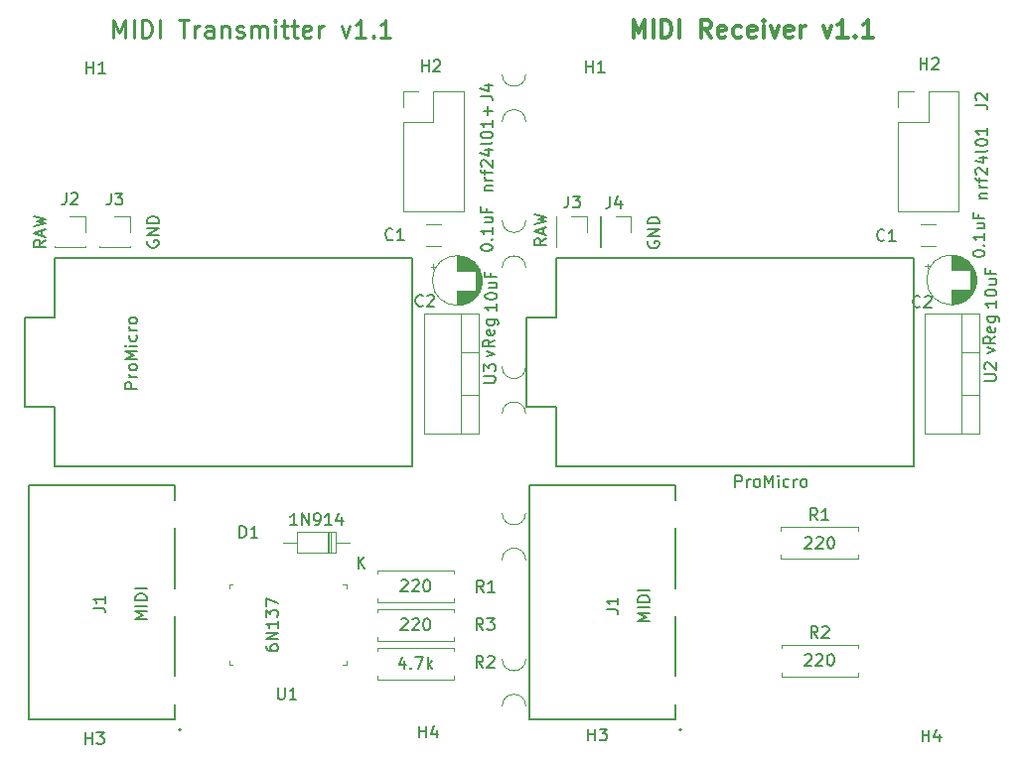
<source format=gbr>
G04 #@! TF.GenerationSoftware,KiCad,Pcbnew,(5.1.4-0-10_14)*
G04 #@! TF.CreationDate,2020-04-09T16:23:12-05:00*
G04 #@! TF.ProjectId,WIRELESS_MIDI_PANELIZED,57495245-4c45-4535-935f-4d4944495f50,rev?*
G04 #@! TF.SameCoordinates,Original*
G04 #@! TF.FileFunction,Legend,Top*
G04 #@! TF.FilePolarity,Positive*
%FSLAX46Y46*%
G04 Gerber Fmt 4.6, Leading zero omitted, Abs format (unit mm)*
G04 Created by KiCad (PCBNEW (5.1.4-0-10_14)) date 2020-04-09 16:23:12*
%MOMM*%
%LPD*%
G04 APERTURE LIST*
%ADD10C,0.250000*%
%ADD11C,0.300000*%
%ADD12C,0.120000*%
%ADD13C,0.100000*%
%ADD14C,0.150000*%
%ADD15C,0.127000*%
%ADD16C,0.200000*%
G04 APERTURE END LIST*
D10*
X105308285Y-84803371D02*
X105308285Y-83303371D01*
X105808285Y-84374800D01*
X106308285Y-83303371D01*
X106308285Y-84803371D01*
X107022571Y-84803371D02*
X107022571Y-83303371D01*
X107736857Y-84803371D02*
X107736857Y-83303371D01*
X108094000Y-83303371D01*
X108308285Y-83374800D01*
X108451142Y-83517657D01*
X108522571Y-83660514D01*
X108594000Y-83946228D01*
X108594000Y-84160514D01*
X108522571Y-84446228D01*
X108451142Y-84589085D01*
X108308285Y-84731942D01*
X108094000Y-84803371D01*
X107736857Y-84803371D01*
X109236857Y-84803371D02*
X109236857Y-83303371D01*
X110879714Y-83303371D02*
X111736857Y-83303371D01*
X111308285Y-84803371D02*
X111308285Y-83303371D01*
X112236857Y-84803371D02*
X112236857Y-83803371D01*
X112236857Y-84089085D02*
X112308285Y-83946228D01*
X112379714Y-83874800D01*
X112522571Y-83803371D01*
X112665428Y-83803371D01*
X113808285Y-84803371D02*
X113808285Y-84017657D01*
X113736857Y-83874800D01*
X113594000Y-83803371D01*
X113308285Y-83803371D01*
X113165428Y-83874800D01*
X113808285Y-84731942D02*
X113665428Y-84803371D01*
X113308285Y-84803371D01*
X113165428Y-84731942D01*
X113094000Y-84589085D01*
X113094000Y-84446228D01*
X113165428Y-84303371D01*
X113308285Y-84231942D01*
X113665428Y-84231942D01*
X113808285Y-84160514D01*
X114522571Y-83803371D02*
X114522571Y-84803371D01*
X114522571Y-83946228D02*
X114594000Y-83874800D01*
X114736857Y-83803371D01*
X114951142Y-83803371D01*
X115094000Y-83874800D01*
X115165428Y-84017657D01*
X115165428Y-84803371D01*
X115808285Y-84731942D02*
X115951142Y-84803371D01*
X116236857Y-84803371D01*
X116379714Y-84731942D01*
X116451142Y-84589085D01*
X116451142Y-84517657D01*
X116379714Y-84374800D01*
X116236857Y-84303371D01*
X116022571Y-84303371D01*
X115879714Y-84231942D01*
X115808285Y-84089085D01*
X115808285Y-84017657D01*
X115879714Y-83874800D01*
X116022571Y-83803371D01*
X116236857Y-83803371D01*
X116379714Y-83874800D01*
X117094000Y-84803371D02*
X117094000Y-83803371D01*
X117094000Y-83946228D02*
X117165428Y-83874800D01*
X117308285Y-83803371D01*
X117522571Y-83803371D01*
X117665428Y-83874800D01*
X117736857Y-84017657D01*
X117736857Y-84803371D01*
X117736857Y-84017657D02*
X117808285Y-83874800D01*
X117951142Y-83803371D01*
X118165428Y-83803371D01*
X118308285Y-83874800D01*
X118379714Y-84017657D01*
X118379714Y-84803371D01*
X119094000Y-84803371D02*
X119094000Y-83803371D01*
X119094000Y-83303371D02*
X119022571Y-83374800D01*
X119094000Y-83446228D01*
X119165428Y-83374800D01*
X119094000Y-83303371D01*
X119094000Y-83446228D01*
X119594000Y-83803371D02*
X120165428Y-83803371D01*
X119808285Y-83303371D02*
X119808285Y-84589085D01*
X119879714Y-84731942D01*
X120022571Y-84803371D01*
X120165428Y-84803371D01*
X120451142Y-83803371D02*
X121022571Y-83803371D01*
X120665428Y-83303371D02*
X120665428Y-84589085D01*
X120736857Y-84731942D01*
X120879714Y-84803371D01*
X121022571Y-84803371D01*
X122094000Y-84731942D02*
X121951142Y-84803371D01*
X121665428Y-84803371D01*
X121522571Y-84731942D01*
X121451142Y-84589085D01*
X121451142Y-84017657D01*
X121522571Y-83874800D01*
X121665428Y-83803371D01*
X121951142Y-83803371D01*
X122094000Y-83874800D01*
X122165428Y-84017657D01*
X122165428Y-84160514D01*
X121451142Y-84303371D01*
X122808285Y-84803371D02*
X122808285Y-83803371D01*
X122808285Y-84089085D02*
X122879714Y-83946228D01*
X122951142Y-83874800D01*
X123094000Y-83803371D01*
X123236857Y-83803371D01*
X124736857Y-83803371D02*
X125094000Y-84803371D01*
X125451142Y-83803371D01*
X126808285Y-84803371D02*
X125951142Y-84803371D01*
X126379714Y-84803371D02*
X126379714Y-83303371D01*
X126236857Y-83517657D01*
X126094000Y-83660514D01*
X125951142Y-83731942D01*
X127451142Y-84660514D02*
X127522571Y-84731942D01*
X127451142Y-84803371D01*
X127379714Y-84731942D01*
X127451142Y-84660514D01*
X127451142Y-84803371D01*
X128951142Y-84803371D02*
X128094000Y-84803371D01*
X128522571Y-84803371D02*
X128522571Y-83303371D01*
X128379714Y-83517657D01*
X128236857Y-83660514D01*
X128094000Y-83731942D01*
D11*
X149612828Y-84803371D02*
X149612828Y-83303371D01*
X150112828Y-84374800D01*
X150612828Y-83303371D01*
X150612828Y-84803371D01*
X151327114Y-84803371D02*
X151327114Y-83303371D01*
X152041400Y-84803371D02*
X152041400Y-83303371D01*
X152398542Y-83303371D01*
X152612828Y-83374800D01*
X152755685Y-83517657D01*
X152827114Y-83660514D01*
X152898542Y-83946228D01*
X152898542Y-84160514D01*
X152827114Y-84446228D01*
X152755685Y-84589085D01*
X152612828Y-84731942D01*
X152398542Y-84803371D01*
X152041400Y-84803371D01*
X153541400Y-84803371D02*
X153541400Y-83303371D01*
X156255685Y-84803371D02*
X155755685Y-84089085D01*
X155398542Y-84803371D02*
X155398542Y-83303371D01*
X155969971Y-83303371D01*
X156112828Y-83374800D01*
X156184257Y-83446228D01*
X156255685Y-83589085D01*
X156255685Y-83803371D01*
X156184257Y-83946228D01*
X156112828Y-84017657D01*
X155969971Y-84089085D01*
X155398542Y-84089085D01*
X157469971Y-84731942D02*
X157327114Y-84803371D01*
X157041400Y-84803371D01*
X156898542Y-84731942D01*
X156827114Y-84589085D01*
X156827114Y-84017657D01*
X156898542Y-83874800D01*
X157041400Y-83803371D01*
X157327114Y-83803371D01*
X157469971Y-83874800D01*
X157541400Y-84017657D01*
X157541400Y-84160514D01*
X156827114Y-84303371D01*
X158827114Y-84731942D02*
X158684257Y-84803371D01*
X158398542Y-84803371D01*
X158255685Y-84731942D01*
X158184257Y-84660514D01*
X158112828Y-84517657D01*
X158112828Y-84089085D01*
X158184257Y-83946228D01*
X158255685Y-83874800D01*
X158398542Y-83803371D01*
X158684257Y-83803371D01*
X158827114Y-83874800D01*
X160041400Y-84731942D02*
X159898542Y-84803371D01*
X159612828Y-84803371D01*
X159469971Y-84731942D01*
X159398542Y-84589085D01*
X159398542Y-84017657D01*
X159469971Y-83874800D01*
X159612828Y-83803371D01*
X159898542Y-83803371D01*
X160041400Y-83874800D01*
X160112828Y-84017657D01*
X160112828Y-84160514D01*
X159398542Y-84303371D01*
X160755685Y-84803371D02*
X160755685Y-83803371D01*
X160755685Y-83303371D02*
X160684257Y-83374800D01*
X160755685Y-83446228D01*
X160827114Y-83374800D01*
X160755685Y-83303371D01*
X160755685Y-83446228D01*
X161327114Y-83803371D02*
X161684257Y-84803371D01*
X162041400Y-83803371D01*
X163184257Y-84731942D02*
X163041400Y-84803371D01*
X162755685Y-84803371D01*
X162612828Y-84731942D01*
X162541400Y-84589085D01*
X162541400Y-84017657D01*
X162612828Y-83874800D01*
X162755685Y-83803371D01*
X163041400Y-83803371D01*
X163184257Y-83874800D01*
X163255685Y-84017657D01*
X163255685Y-84160514D01*
X162541400Y-84303371D01*
X163898542Y-84803371D02*
X163898542Y-83803371D01*
X163898542Y-84089085D02*
X163969971Y-83946228D01*
X164041400Y-83874800D01*
X164184257Y-83803371D01*
X164327114Y-83803371D01*
X165827114Y-83803371D02*
X166184257Y-84803371D01*
X166541400Y-83803371D01*
X167898542Y-84803371D02*
X167041400Y-84803371D01*
X167469971Y-84803371D02*
X167469971Y-83303371D01*
X167327114Y-83517657D01*
X167184257Y-83660514D01*
X167041400Y-83731942D01*
X168541400Y-84660514D02*
X168612828Y-84731942D01*
X168541400Y-84803371D01*
X168469971Y-84731942D01*
X168541400Y-84660514D01*
X168541400Y-84803371D01*
X170041400Y-84803371D02*
X169184257Y-84803371D01*
X169612828Y-84803371D02*
X169612828Y-83303371D01*
X169469971Y-83517657D01*
X169327114Y-83660514D01*
X169184257Y-83731942D01*
D12*
X132538199Y-104142000D02*
X132538199Y-104542000D01*
X132338199Y-104342000D02*
X132738199Y-104342000D01*
X136689000Y-105167000D02*
X136689000Y-105907000D01*
X136649000Y-105000000D02*
X136649000Y-106074000D01*
X136609000Y-104873000D02*
X136609000Y-106201000D01*
X136569000Y-104769000D02*
X136569000Y-106305000D01*
X136529000Y-104678000D02*
X136529000Y-106396000D01*
X136489000Y-104597000D02*
X136489000Y-106477000D01*
X136449000Y-104524000D02*
X136449000Y-106550000D01*
X136409000Y-104457000D02*
X136409000Y-106617000D01*
X136369000Y-104395000D02*
X136369000Y-106679000D01*
X136329000Y-104337000D02*
X136329000Y-106737000D01*
X136289000Y-104283000D02*
X136289000Y-106791000D01*
X136249000Y-104233000D02*
X136249000Y-106841000D01*
X136209000Y-104186000D02*
X136209000Y-106888000D01*
X136169000Y-106377000D02*
X136169000Y-106933000D01*
X136169000Y-104141000D02*
X136169000Y-104697000D01*
X136129000Y-106377000D02*
X136129000Y-106975000D01*
X136129000Y-104099000D02*
X136129000Y-104697000D01*
X136089000Y-106377000D02*
X136089000Y-107015000D01*
X136089000Y-104059000D02*
X136089000Y-104697000D01*
X136049000Y-106377000D02*
X136049000Y-107053000D01*
X136049000Y-104021000D02*
X136049000Y-104697000D01*
X136009000Y-106377000D02*
X136009000Y-107089000D01*
X136009000Y-103985000D02*
X136009000Y-104697000D01*
X135969000Y-106377000D02*
X135969000Y-107124000D01*
X135969000Y-103950000D02*
X135969000Y-104697000D01*
X135929000Y-106377000D02*
X135929000Y-107156000D01*
X135929000Y-103918000D02*
X135929000Y-104697000D01*
X135889000Y-106377000D02*
X135889000Y-107187000D01*
X135889000Y-103887000D02*
X135889000Y-104697000D01*
X135849000Y-106377000D02*
X135849000Y-107217000D01*
X135849000Y-103857000D02*
X135849000Y-104697000D01*
X135809000Y-106377000D02*
X135809000Y-107245000D01*
X135809000Y-103829000D02*
X135809000Y-104697000D01*
X135769000Y-106377000D02*
X135769000Y-107272000D01*
X135769000Y-103802000D02*
X135769000Y-104697000D01*
X135729000Y-106377000D02*
X135729000Y-107297000D01*
X135729000Y-103777000D02*
X135729000Y-104697000D01*
X135689000Y-106377000D02*
X135689000Y-107322000D01*
X135689000Y-103752000D02*
X135689000Y-104697000D01*
X135649000Y-106377000D02*
X135649000Y-107345000D01*
X135649000Y-103729000D02*
X135649000Y-104697000D01*
X135609000Y-106377000D02*
X135609000Y-107367000D01*
X135609000Y-103707000D02*
X135609000Y-104697000D01*
X135569000Y-106377000D02*
X135569000Y-107388000D01*
X135569000Y-103686000D02*
X135569000Y-104697000D01*
X135529000Y-106377000D02*
X135529000Y-107407000D01*
X135529000Y-103667000D02*
X135529000Y-104697000D01*
X135489000Y-106377000D02*
X135489000Y-107426000D01*
X135489000Y-103648000D02*
X135489000Y-104697000D01*
X135449000Y-106377000D02*
X135449000Y-107444000D01*
X135449000Y-103630000D02*
X135449000Y-104697000D01*
X135409000Y-106377000D02*
X135409000Y-107461000D01*
X135409000Y-103613000D02*
X135409000Y-104697000D01*
X135369000Y-106377000D02*
X135369000Y-107477000D01*
X135369000Y-103597000D02*
X135369000Y-104697000D01*
X135329000Y-106377000D02*
X135329000Y-107491000D01*
X135329000Y-103583000D02*
X135329000Y-104697000D01*
X135288000Y-106377000D02*
X135288000Y-107505000D01*
X135288000Y-103569000D02*
X135288000Y-104697000D01*
X135248000Y-106377000D02*
X135248000Y-107519000D01*
X135248000Y-103555000D02*
X135248000Y-104697000D01*
X135208000Y-106377000D02*
X135208000Y-107531000D01*
X135208000Y-103543000D02*
X135208000Y-104697000D01*
X135168000Y-106377000D02*
X135168000Y-107542000D01*
X135168000Y-103532000D02*
X135168000Y-104697000D01*
X135128000Y-106377000D02*
X135128000Y-107553000D01*
X135128000Y-103521000D02*
X135128000Y-104697000D01*
X135088000Y-106377000D02*
X135088000Y-107562000D01*
X135088000Y-103512000D02*
X135088000Y-104697000D01*
X135048000Y-106377000D02*
X135048000Y-107571000D01*
X135048000Y-103503000D02*
X135048000Y-104697000D01*
X135008000Y-106377000D02*
X135008000Y-107579000D01*
X135008000Y-103495000D02*
X135008000Y-104697000D01*
X134968000Y-106377000D02*
X134968000Y-107587000D01*
X134968000Y-103487000D02*
X134968000Y-104697000D01*
X134928000Y-106377000D02*
X134928000Y-107593000D01*
X134928000Y-103481000D02*
X134928000Y-104697000D01*
X134888000Y-106377000D02*
X134888000Y-107599000D01*
X134888000Y-103475000D02*
X134888000Y-104697000D01*
X134848000Y-106377000D02*
X134848000Y-107604000D01*
X134848000Y-103470000D02*
X134848000Y-104697000D01*
X134808000Y-106377000D02*
X134808000Y-107608000D01*
X134808000Y-103466000D02*
X134808000Y-104697000D01*
X134768000Y-106377000D02*
X134768000Y-107611000D01*
X134768000Y-103463000D02*
X134768000Y-104697000D01*
X134728000Y-106377000D02*
X134728000Y-107614000D01*
X134728000Y-103460000D02*
X134728000Y-104697000D01*
X134688000Y-103458000D02*
X134688000Y-104697000D01*
X134688000Y-106377000D02*
X134688000Y-107616000D01*
X134648000Y-103457000D02*
X134648000Y-104697000D01*
X134648000Y-106377000D02*
X134648000Y-107617000D01*
X134608000Y-103457000D02*
X134608000Y-104697000D01*
X134608000Y-106377000D02*
X134608000Y-107617000D01*
X136728000Y-105537000D02*
G75*
G03X136728000Y-105537000I-2120000J0D01*
G01*
D13*
X138446000Y-112909600D02*
G75*
G03X140446000Y-112909600I1000000J0D01*
G01*
X140446000Y-116909600D02*
G75*
G03X138446000Y-116909600I-1000000J0D01*
G01*
X138446000Y-125381000D02*
G75*
G03X140446000Y-125381000I1000000J0D01*
G01*
X140446000Y-129381000D02*
G75*
G03X138446000Y-129381000I-1000000J0D01*
G01*
X138446000Y-100438200D02*
G75*
G03X140446000Y-100438200I1000000J0D01*
G01*
X140446000Y-104438200D02*
G75*
G03X138446000Y-104438200I-1000000J0D01*
G01*
X138446000Y-137852400D02*
G75*
G03X140446000Y-137852400I1000000J0D01*
G01*
X140446000Y-141852400D02*
G75*
G03X138446000Y-141852400I-1000000J0D01*
G01*
X138446000Y-87966800D02*
G75*
G03X140446000Y-87966800I1000000J0D01*
G01*
X140446000Y-91966800D02*
G75*
G03X138446000Y-91966800I-1000000J0D01*
G01*
D12*
X136429500Y-115338200D02*
X134919500Y-115338200D01*
X136429500Y-111637200D02*
X134919500Y-111637200D01*
X134919500Y-108367200D02*
X134919500Y-118607200D01*
X136429500Y-118607200D02*
X131788500Y-118607200D01*
X136429500Y-108367200D02*
X131788500Y-108367200D01*
X131788500Y-108367200D02*
X131788500Y-118607200D01*
X136429500Y-108367200D02*
X136429500Y-118607200D01*
D14*
X130810000Y-103657400D02*
X130810000Y-121437400D01*
X100330000Y-103657400D02*
X130810000Y-103657400D01*
X100330000Y-108737400D02*
X100330000Y-103657400D01*
X97790000Y-108737400D02*
X100330000Y-108737400D01*
X97790000Y-116357400D02*
X97790000Y-108737400D01*
X100330000Y-116357400D02*
X97790000Y-116357400D01*
X100330000Y-121437400D02*
X100330000Y-116357400D01*
X100330000Y-121437400D02*
X130810000Y-121437400D01*
D13*
X115152000Y-131514800D02*
X115152000Y-131814800D01*
X115452000Y-131514800D02*
X115152000Y-131514800D01*
X115152000Y-138314800D02*
X115152000Y-138014800D01*
X115452000Y-138314800D02*
X115152000Y-138314800D01*
X125152000Y-138314800D02*
X125152000Y-138014800D01*
X124852000Y-138314800D02*
X125152000Y-138314800D01*
X125152000Y-131514800D02*
X125152000Y-131814800D01*
X124852000Y-131514800D02*
X125152000Y-131514800D01*
D12*
X123802500Y-128796300D02*
X123802500Y-126956300D01*
X123562500Y-128796300D02*
X123562500Y-126956300D01*
X123682500Y-128796300D02*
X123682500Y-126956300D01*
X119798500Y-127876300D02*
X120978500Y-127876300D01*
X125438500Y-127876300D02*
X124258500Y-127876300D01*
X120978500Y-128796300D02*
X124258500Y-128796300D01*
X120978500Y-126956300D02*
X120978500Y-128796300D01*
X124258500Y-126956300D02*
X120978500Y-126956300D01*
X124258500Y-128796300D02*
X124258500Y-126956300D01*
X127794000Y-130252800D02*
X127794000Y-130582800D01*
X134334000Y-130252800D02*
X127794000Y-130252800D01*
X134334000Y-130582800D02*
X134334000Y-130252800D01*
X127794000Y-132992800D02*
X127794000Y-132662800D01*
X134334000Y-132992800D02*
X127794000Y-132992800D01*
X134334000Y-132662800D02*
X134334000Y-132992800D01*
D15*
X110550000Y-134182800D02*
X110550000Y-139282800D01*
X98050000Y-122982800D02*
X98050000Y-142982800D01*
X98050000Y-142982800D02*
X110550000Y-142982800D01*
D16*
X111050000Y-143882800D02*
G75*
G03X111050000Y-143882800I-100000J0D01*
G01*
D15*
X110550000Y-122982800D02*
X98050000Y-122982800D01*
X110550000Y-126682800D02*
X110550000Y-131782800D01*
X110550000Y-122982800D02*
X110550000Y-124282800D01*
X110550000Y-142982800D02*
X110550000Y-141682800D01*
D12*
X134334000Y-136294800D02*
X134334000Y-135964800D01*
X127794000Y-136294800D02*
X134334000Y-136294800D01*
X127794000Y-135964800D02*
X127794000Y-136294800D01*
X134334000Y-133554800D02*
X134334000Y-133884800D01*
X127794000Y-133554800D02*
X134334000Y-133554800D01*
X127794000Y-133884800D02*
X127794000Y-133554800D01*
X134334000Y-139596800D02*
X134334000Y-139266800D01*
X127794000Y-139596800D02*
X134334000Y-139596800D01*
X127794000Y-139266800D02*
X127794000Y-139596800D01*
X134334000Y-136856800D02*
X134334000Y-137186800D01*
X127794000Y-136856800D02*
X134334000Y-136856800D01*
X127794000Y-137186800D02*
X127794000Y-136856800D01*
X129988000Y-89398800D02*
X131318000Y-89398800D01*
X129988000Y-90728800D02*
X129988000Y-89398800D01*
X132588000Y-89398800D02*
X135188000Y-89398800D01*
X132588000Y-91998800D02*
X132588000Y-89398800D01*
X129988000Y-91998800D02*
X132588000Y-91998800D01*
X135188000Y-89398800D02*
X135188000Y-99678800D01*
X129988000Y-91998800D02*
X129988000Y-99678800D01*
X129988000Y-99678800D02*
X135188000Y-99678800D01*
X105410000Y-100066800D02*
X106740000Y-100066800D01*
X106740000Y-100066800D02*
X106740000Y-101396800D01*
X106740000Y-102606800D02*
X106740000Y-102726800D01*
X104080000Y-102606800D02*
X104080000Y-102726800D01*
X104080000Y-102726800D02*
X106740000Y-102726800D01*
X101600000Y-100066800D02*
X102930000Y-100066800D01*
X102930000Y-100066800D02*
X102930000Y-101396800D01*
X102930000Y-102606800D02*
X102930000Y-102726800D01*
X100270000Y-102606800D02*
X100270000Y-102726800D01*
X100270000Y-102726800D02*
X102930000Y-102726800D01*
X133237000Y-100730800D02*
X131979000Y-100730800D01*
X133237000Y-102570800D02*
X131979000Y-102570800D01*
X146777400Y-100066800D02*
X146777400Y-102726800D01*
X146837400Y-100066800D02*
X146777400Y-100066800D01*
X146837400Y-102726800D02*
X146777400Y-102726800D01*
X146837400Y-100066800D02*
X146837400Y-102726800D01*
X148107400Y-100066800D02*
X149437400Y-100066800D01*
X149437400Y-100066800D02*
X149437400Y-101396800D01*
X143018200Y-100066800D02*
X143018200Y-102726800D01*
X143078200Y-100066800D02*
X143018200Y-100066800D01*
X143078200Y-102726800D02*
X143018200Y-102726800D01*
X143078200Y-100066800D02*
X143078200Y-102726800D01*
X144348200Y-100066800D02*
X145678200Y-100066800D01*
X145678200Y-100066800D02*
X145678200Y-101396800D01*
X179114200Y-115338200D02*
X177604200Y-115338200D01*
X179114200Y-111637200D02*
X177604200Y-111637200D01*
X177604200Y-108367200D02*
X177604200Y-118607200D01*
X179114200Y-118607200D02*
X174473200Y-118607200D01*
X179114200Y-108367200D02*
X174473200Y-108367200D01*
X174473200Y-108367200D02*
X174473200Y-118607200D01*
X179114200Y-108367200D02*
X179114200Y-118607200D01*
D15*
X153222000Y-134182800D02*
X153222000Y-139282800D01*
X140722000Y-122982800D02*
X140722000Y-142982800D01*
X140722000Y-142982800D02*
X153222000Y-142982800D01*
D16*
X153722000Y-143882800D02*
G75*
G03X153722000Y-143882800I-100000J0D01*
G01*
D15*
X153222000Y-122982800D02*
X140722000Y-122982800D01*
X153222000Y-126682800D02*
X153222000Y-131782800D01*
X153222000Y-122982800D02*
X153222000Y-124282800D01*
X153222000Y-142982800D02*
X153222000Y-141682800D01*
D12*
X168776400Y-139342800D02*
X168776400Y-139012800D01*
X162236400Y-139342800D02*
X168776400Y-139342800D01*
X162236400Y-139012800D02*
X162236400Y-139342800D01*
X168776400Y-136602800D02*
X168776400Y-136932800D01*
X162236400Y-136602800D02*
X168776400Y-136602800D01*
X162236400Y-136932800D02*
X162236400Y-136602800D01*
X168751000Y-129284400D02*
X168751000Y-128954400D01*
X162211000Y-129284400D02*
X168751000Y-129284400D01*
X162211000Y-128954400D02*
X162211000Y-129284400D01*
X168751000Y-126544400D02*
X168751000Y-126874400D01*
X162211000Y-126544400D02*
X168751000Y-126544400D01*
X162211000Y-126874400D02*
X162211000Y-126544400D01*
X172177400Y-89398800D02*
X173507400Y-89398800D01*
X172177400Y-90728800D02*
X172177400Y-89398800D01*
X174777400Y-89398800D02*
X177377400Y-89398800D01*
X174777400Y-91998800D02*
X174777400Y-89398800D01*
X172177400Y-91998800D02*
X174777400Y-91998800D01*
X177377400Y-89398800D02*
X177377400Y-99678800D01*
X172177400Y-91998800D02*
X172177400Y-99678800D01*
X172177400Y-99678800D02*
X177377400Y-99678800D01*
D14*
X173532800Y-103657400D02*
X173532800Y-121437400D01*
X143052800Y-103657400D02*
X173532800Y-103657400D01*
X143052800Y-108737400D02*
X143052800Y-103657400D01*
X140512800Y-108737400D02*
X143052800Y-108737400D01*
X140512800Y-116357400D02*
X140512800Y-108737400D01*
X143052800Y-116357400D02*
X140512800Y-116357400D01*
X143052800Y-121437400D02*
X143052800Y-116357400D01*
X143052800Y-121437400D02*
X173532800Y-121437400D01*
D12*
X174676799Y-104091200D02*
X174676799Y-104491200D01*
X174476799Y-104291200D02*
X174876799Y-104291200D01*
X178827600Y-105116200D02*
X178827600Y-105856200D01*
X178787600Y-104949200D02*
X178787600Y-106023200D01*
X178747600Y-104822200D02*
X178747600Y-106150200D01*
X178707600Y-104718200D02*
X178707600Y-106254200D01*
X178667600Y-104627200D02*
X178667600Y-106345200D01*
X178627600Y-104546200D02*
X178627600Y-106426200D01*
X178587600Y-104473200D02*
X178587600Y-106499200D01*
X178547600Y-104406200D02*
X178547600Y-106566200D01*
X178507600Y-104344200D02*
X178507600Y-106628200D01*
X178467600Y-104286200D02*
X178467600Y-106686200D01*
X178427600Y-104232200D02*
X178427600Y-106740200D01*
X178387600Y-104182200D02*
X178387600Y-106790200D01*
X178347600Y-104135200D02*
X178347600Y-106837200D01*
X178307600Y-106326200D02*
X178307600Y-106882200D01*
X178307600Y-104090200D02*
X178307600Y-104646200D01*
X178267600Y-106326200D02*
X178267600Y-106924200D01*
X178267600Y-104048200D02*
X178267600Y-104646200D01*
X178227600Y-106326200D02*
X178227600Y-106964200D01*
X178227600Y-104008200D02*
X178227600Y-104646200D01*
X178187600Y-106326200D02*
X178187600Y-107002200D01*
X178187600Y-103970200D02*
X178187600Y-104646200D01*
X178147600Y-106326200D02*
X178147600Y-107038200D01*
X178147600Y-103934200D02*
X178147600Y-104646200D01*
X178107600Y-106326200D02*
X178107600Y-107073200D01*
X178107600Y-103899200D02*
X178107600Y-104646200D01*
X178067600Y-106326200D02*
X178067600Y-107105200D01*
X178067600Y-103867200D02*
X178067600Y-104646200D01*
X178027600Y-106326200D02*
X178027600Y-107136200D01*
X178027600Y-103836200D02*
X178027600Y-104646200D01*
X177987600Y-106326200D02*
X177987600Y-107166200D01*
X177987600Y-103806200D02*
X177987600Y-104646200D01*
X177947600Y-106326200D02*
X177947600Y-107194200D01*
X177947600Y-103778200D02*
X177947600Y-104646200D01*
X177907600Y-106326200D02*
X177907600Y-107221200D01*
X177907600Y-103751200D02*
X177907600Y-104646200D01*
X177867600Y-106326200D02*
X177867600Y-107246200D01*
X177867600Y-103726200D02*
X177867600Y-104646200D01*
X177827600Y-106326200D02*
X177827600Y-107271200D01*
X177827600Y-103701200D02*
X177827600Y-104646200D01*
X177787600Y-106326200D02*
X177787600Y-107294200D01*
X177787600Y-103678200D02*
X177787600Y-104646200D01*
X177747600Y-106326200D02*
X177747600Y-107316200D01*
X177747600Y-103656200D02*
X177747600Y-104646200D01*
X177707600Y-106326200D02*
X177707600Y-107337200D01*
X177707600Y-103635200D02*
X177707600Y-104646200D01*
X177667600Y-106326200D02*
X177667600Y-107356200D01*
X177667600Y-103616200D02*
X177667600Y-104646200D01*
X177627600Y-106326200D02*
X177627600Y-107375200D01*
X177627600Y-103597200D02*
X177627600Y-104646200D01*
X177587600Y-106326200D02*
X177587600Y-107393200D01*
X177587600Y-103579200D02*
X177587600Y-104646200D01*
X177547600Y-106326200D02*
X177547600Y-107410200D01*
X177547600Y-103562200D02*
X177547600Y-104646200D01*
X177507600Y-106326200D02*
X177507600Y-107426200D01*
X177507600Y-103546200D02*
X177507600Y-104646200D01*
X177467600Y-106326200D02*
X177467600Y-107440200D01*
X177467600Y-103532200D02*
X177467600Y-104646200D01*
X177426600Y-106326200D02*
X177426600Y-107454200D01*
X177426600Y-103518200D02*
X177426600Y-104646200D01*
X177386600Y-106326200D02*
X177386600Y-107468200D01*
X177386600Y-103504200D02*
X177386600Y-104646200D01*
X177346600Y-106326200D02*
X177346600Y-107480200D01*
X177346600Y-103492200D02*
X177346600Y-104646200D01*
X177306600Y-106326200D02*
X177306600Y-107491200D01*
X177306600Y-103481200D02*
X177306600Y-104646200D01*
X177266600Y-106326200D02*
X177266600Y-107502200D01*
X177266600Y-103470200D02*
X177266600Y-104646200D01*
X177226600Y-106326200D02*
X177226600Y-107511200D01*
X177226600Y-103461200D02*
X177226600Y-104646200D01*
X177186600Y-106326200D02*
X177186600Y-107520200D01*
X177186600Y-103452200D02*
X177186600Y-104646200D01*
X177146600Y-106326200D02*
X177146600Y-107528200D01*
X177146600Y-103444200D02*
X177146600Y-104646200D01*
X177106600Y-106326200D02*
X177106600Y-107536200D01*
X177106600Y-103436200D02*
X177106600Y-104646200D01*
X177066600Y-106326200D02*
X177066600Y-107542200D01*
X177066600Y-103430200D02*
X177066600Y-104646200D01*
X177026600Y-106326200D02*
X177026600Y-107548200D01*
X177026600Y-103424200D02*
X177026600Y-104646200D01*
X176986600Y-106326200D02*
X176986600Y-107553200D01*
X176986600Y-103419200D02*
X176986600Y-104646200D01*
X176946600Y-106326200D02*
X176946600Y-107557200D01*
X176946600Y-103415200D02*
X176946600Y-104646200D01*
X176906600Y-106326200D02*
X176906600Y-107560200D01*
X176906600Y-103412200D02*
X176906600Y-104646200D01*
X176866600Y-106326200D02*
X176866600Y-107563200D01*
X176866600Y-103409200D02*
X176866600Y-104646200D01*
X176826600Y-103407200D02*
X176826600Y-104646200D01*
X176826600Y-106326200D02*
X176826600Y-107565200D01*
X176786600Y-103406200D02*
X176786600Y-104646200D01*
X176786600Y-106326200D02*
X176786600Y-107566200D01*
X176746600Y-103406200D02*
X176746600Y-104646200D01*
X176746600Y-106326200D02*
X176746600Y-107566200D01*
X178866600Y-105486200D02*
G75*
G03X178866600Y-105486200I-2120000J0D01*
G01*
X174103000Y-102570800D02*
X175361000Y-102570800D01*
X174103000Y-100730800D02*
X175361000Y-100730800D01*
D14*
X131684733Y-107672142D02*
X131637114Y-107719761D01*
X131494257Y-107767380D01*
X131399019Y-107767380D01*
X131256161Y-107719761D01*
X131160923Y-107624523D01*
X131113304Y-107529285D01*
X131065685Y-107338809D01*
X131065685Y-107195952D01*
X131113304Y-107005476D01*
X131160923Y-106910238D01*
X131256161Y-106815000D01*
X131399019Y-106767380D01*
X131494257Y-106767380D01*
X131637114Y-106815000D01*
X131684733Y-106862619D01*
X132065685Y-106862619D02*
X132113304Y-106815000D01*
X132208542Y-106767380D01*
X132446638Y-106767380D01*
X132541876Y-106815000D01*
X132589495Y-106862619D01*
X132637114Y-106957857D01*
X132637114Y-107053095D01*
X132589495Y-107195952D01*
X132018066Y-107767380D01*
X132637114Y-107767380D01*
X137993380Y-107548228D02*
X137993380Y-108119657D01*
X137993380Y-107833942D02*
X136993380Y-107833942D01*
X137136238Y-107929180D01*
X137231476Y-108024419D01*
X137279095Y-108119657D01*
X136993380Y-106929180D02*
X136993380Y-106833942D01*
X137041000Y-106738704D01*
X137088619Y-106691085D01*
X137183857Y-106643466D01*
X137374333Y-106595847D01*
X137612428Y-106595847D01*
X137802904Y-106643466D01*
X137898142Y-106691085D01*
X137945761Y-106738704D01*
X137993380Y-106833942D01*
X137993380Y-106929180D01*
X137945761Y-107024419D01*
X137898142Y-107072038D01*
X137802904Y-107119657D01*
X137612428Y-107167276D01*
X137374333Y-107167276D01*
X137183857Y-107119657D01*
X137088619Y-107072038D01*
X137041000Y-107024419D01*
X136993380Y-106929180D01*
X137326714Y-105738704D02*
X137993380Y-105738704D01*
X137326714Y-106167276D02*
X137850523Y-106167276D01*
X137945761Y-106119657D01*
X137993380Y-106024419D01*
X137993380Y-105881561D01*
X137945761Y-105786323D01*
X137898142Y-105738704D01*
X137469571Y-104929180D02*
X137469571Y-105262514D01*
X137993380Y-105262514D02*
X136993380Y-105262514D01*
X136993380Y-104786323D01*
X131376895Y-144554580D02*
X131376895Y-143554580D01*
X131376895Y-144030771D02*
X131948323Y-144030771D01*
X131948323Y-144554580D02*
X131948323Y-143554580D01*
X132853085Y-143887914D02*
X132853085Y-144554580D01*
X132614990Y-143506961D02*
X132376895Y-144221247D01*
X132995942Y-144221247D01*
X102912895Y-145087980D02*
X102912895Y-144087980D01*
X102912895Y-144564171D02*
X103484323Y-144564171D01*
X103484323Y-145087980D02*
X103484323Y-144087980D01*
X103865276Y-144087980D02*
X104484323Y-144087980D01*
X104150990Y-144468933D01*
X104293847Y-144468933D01*
X104389085Y-144516552D01*
X104436704Y-144564171D01*
X104484323Y-144659409D01*
X104484323Y-144897504D01*
X104436704Y-144992742D01*
X104389085Y-145040361D01*
X104293847Y-145087980D01*
X104008133Y-145087980D01*
X103912895Y-145040361D01*
X103865276Y-144992742D01*
X103039895Y-87845780D02*
X103039895Y-86845780D01*
X103039895Y-87321971D02*
X103611323Y-87321971D01*
X103611323Y-87845780D02*
X103611323Y-86845780D01*
X104611323Y-87845780D02*
X104039895Y-87845780D01*
X104325609Y-87845780D02*
X104325609Y-86845780D01*
X104230371Y-86988638D01*
X104135133Y-87083876D01*
X104039895Y-87131495D01*
X131605495Y-87718780D02*
X131605495Y-86718780D01*
X131605495Y-87194971D02*
X132176923Y-87194971D01*
X132176923Y-87718780D02*
X132176923Y-86718780D01*
X132605495Y-86814019D02*
X132653114Y-86766400D01*
X132748352Y-86718780D01*
X132986447Y-86718780D01*
X133081685Y-86766400D01*
X133129304Y-86814019D01*
X133176923Y-86909257D01*
X133176923Y-87004495D01*
X133129304Y-87147352D01*
X132557876Y-87718780D01*
X133176923Y-87718780D01*
X136881880Y-114249104D02*
X137691404Y-114249104D01*
X137786642Y-114201485D01*
X137834261Y-114153866D01*
X137881880Y-114058628D01*
X137881880Y-113868152D01*
X137834261Y-113772914D01*
X137786642Y-113725295D01*
X137691404Y-113677676D01*
X136881880Y-113677676D01*
X136881880Y-113296723D02*
X136881880Y-112677676D01*
X137262833Y-113011009D01*
X137262833Y-112868152D01*
X137310452Y-112772914D01*
X137358071Y-112725295D01*
X137453309Y-112677676D01*
X137691404Y-112677676D01*
X137786642Y-112725295D01*
X137834261Y-112772914D01*
X137881880Y-112868152D01*
X137881880Y-113153866D01*
X137834261Y-113249104D01*
X137786642Y-113296723D01*
X137123514Y-112032847D02*
X137790180Y-111794752D01*
X137123514Y-111556657D01*
X137790180Y-110604276D02*
X137313990Y-110937609D01*
X137790180Y-111175704D02*
X136790180Y-111175704D01*
X136790180Y-110794752D01*
X136837800Y-110699514D01*
X136885419Y-110651895D01*
X136980657Y-110604276D01*
X137123514Y-110604276D01*
X137218752Y-110651895D01*
X137266371Y-110699514D01*
X137313990Y-110794752D01*
X137313990Y-111175704D01*
X137742561Y-109794752D02*
X137790180Y-109889990D01*
X137790180Y-110080466D01*
X137742561Y-110175704D01*
X137647323Y-110223323D01*
X137266371Y-110223323D01*
X137171133Y-110175704D01*
X137123514Y-110080466D01*
X137123514Y-109889990D01*
X137171133Y-109794752D01*
X137266371Y-109747133D01*
X137361609Y-109747133D01*
X137456847Y-110223323D01*
X137123514Y-108889990D02*
X137933038Y-108889990D01*
X138028276Y-108937609D01*
X138075895Y-108985228D01*
X138123514Y-109080466D01*
X138123514Y-109223323D01*
X138075895Y-109318561D01*
X137742561Y-108889990D02*
X137790180Y-108985228D01*
X137790180Y-109175704D01*
X137742561Y-109270942D01*
X137694942Y-109318561D01*
X137599704Y-109366180D01*
X137313990Y-109366180D01*
X137218752Y-109318561D01*
X137171133Y-109270942D01*
X137123514Y-109175704D01*
X137123514Y-108985228D01*
X137171133Y-108889990D01*
X107310180Y-114783809D02*
X106310180Y-114783809D01*
X106310180Y-114402857D01*
X106357800Y-114307619D01*
X106405419Y-114260000D01*
X106500657Y-114212380D01*
X106643514Y-114212380D01*
X106738752Y-114260000D01*
X106786371Y-114307619D01*
X106833990Y-114402857D01*
X106833990Y-114783809D01*
X107310180Y-113783809D02*
X106643514Y-113783809D01*
X106833990Y-113783809D02*
X106738752Y-113736190D01*
X106691133Y-113688571D01*
X106643514Y-113593333D01*
X106643514Y-113498095D01*
X107310180Y-113021904D02*
X107262561Y-113117142D01*
X107214942Y-113164761D01*
X107119704Y-113212380D01*
X106833990Y-113212380D01*
X106738752Y-113164761D01*
X106691133Y-113117142D01*
X106643514Y-113021904D01*
X106643514Y-112879047D01*
X106691133Y-112783809D01*
X106738752Y-112736190D01*
X106833990Y-112688571D01*
X107119704Y-112688571D01*
X107214942Y-112736190D01*
X107262561Y-112783809D01*
X107310180Y-112879047D01*
X107310180Y-113021904D01*
X107310180Y-112260000D02*
X106310180Y-112260000D01*
X107024466Y-111926666D01*
X106310180Y-111593333D01*
X107310180Y-111593333D01*
X107310180Y-111117142D02*
X106643514Y-111117142D01*
X106310180Y-111117142D02*
X106357800Y-111164761D01*
X106405419Y-111117142D01*
X106357800Y-111069523D01*
X106310180Y-111117142D01*
X106405419Y-111117142D01*
X107262561Y-110212380D02*
X107310180Y-110307619D01*
X107310180Y-110498095D01*
X107262561Y-110593333D01*
X107214942Y-110640952D01*
X107119704Y-110688571D01*
X106833990Y-110688571D01*
X106738752Y-110640952D01*
X106691133Y-110593333D01*
X106643514Y-110498095D01*
X106643514Y-110307619D01*
X106691133Y-110212380D01*
X107310180Y-109783809D02*
X106643514Y-109783809D01*
X106833990Y-109783809D02*
X106738752Y-109736190D01*
X106691133Y-109688571D01*
X106643514Y-109593333D01*
X106643514Y-109498095D01*
X107310180Y-109021904D02*
X107262561Y-109117142D01*
X107214942Y-109164761D01*
X107119704Y-109212380D01*
X106833990Y-109212380D01*
X106738752Y-109164761D01*
X106691133Y-109117142D01*
X106643514Y-109021904D01*
X106643514Y-108879047D01*
X106691133Y-108783809D01*
X106738752Y-108736190D01*
X106833990Y-108688571D01*
X107119704Y-108688571D01*
X107214942Y-108736190D01*
X107262561Y-108783809D01*
X107310180Y-108879047D01*
X107310180Y-109021904D01*
X119329295Y-140269980D02*
X119329295Y-141079504D01*
X119376914Y-141174742D01*
X119424533Y-141222361D01*
X119519771Y-141269980D01*
X119710247Y-141269980D01*
X119805485Y-141222361D01*
X119853104Y-141174742D01*
X119900723Y-141079504D01*
X119900723Y-140269980D01*
X120900723Y-141269980D02*
X120329295Y-141269980D01*
X120615009Y-141269980D02*
X120615009Y-140269980D01*
X120519771Y-140412838D01*
X120424533Y-140508076D01*
X120329295Y-140555695D01*
X118324380Y-136686704D02*
X118324380Y-136877180D01*
X118372000Y-136972419D01*
X118419619Y-137020038D01*
X118562476Y-137115276D01*
X118752952Y-137162895D01*
X119133904Y-137162895D01*
X119229142Y-137115276D01*
X119276761Y-137067657D01*
X119324380Y-136972419D01*
X119324380Y-136781942D01*
X119276761Y-136686704D01*
X119229142Y-136639085D01*
X119133904Y-136591466D01*
X118895809Y-136591466D01*
X118800571Y-136639085D01*
X118752952Y-136686704D01*
X118705333Y-136781942D01*
X118705333Y-136972419D01*
X118752952Y-137067657D01*
X118800571Y-137115276D01*
X118895809Y-137162895D01*
X119324380Y-136162895D02*
X118324380Y-136162895D01*
X119324380Y-135591466D01*
X118324380Y-135591466D01*
X119324380Y-134591466D02*
X119324380Y-135162895D01*
X119324380Y-134877180D02*
X118324380Y-134877180D01*
X118467238Y-134972419D01*
X118562476Y-135067657D01*
X118610095Y-135162895D01*
X118324380Y-134258133D02*
X118324380Y-133639085D01*
X118705333Y-133972419D01*
X118705333Y-133829561D01*
X118752952Y-133734323D01*
X118800571Y-133686704D01*
X118895809Y-133639085D01*
X119133904Y-133639085D01*
X119229142Y-133686704D01*
X119276761Y-133734323D01*
X119324380Y-133829561D01*
X119324380Y-134115276D01*
X119276761Y-134210514D01*
X119229142Y-134258133D01*
X118324380Y-133305752D02*
X118324380Y-132639085D01*
X119324380Y-133067657D01*
X116076504Y-127477780D02*
X116076504Y-126477780D01*
X116314600Y-126477780D01*
X116457457Y-126525400D01*
X116552695Y-126620638D01*
X116600314Y-126715876D01*
X116647933Y-126906352D01*
X116647933Y-127049209D01*
X116600314Y-127239685D01*
X116552695Y-127334923D01*
X116457457Y-127430161D01*
X116314600Y-127477780D01*
X116076504Y-127477780D01*
X117600314Y-127477780D02*
X117028885Y-127477780D01*
X117314600Y-127477780D02*
X117314600Y-126477780D01*
X117219361Y-126620638D01*
X117124123Y-126715876D01*
X117028885Y-126763495D01*
X120951833Y-126408680D02*
X120380404Y-126408680D01*
X120666119Y-126408680D02*
X120666119Y-125408680D01*
X120570880Y-125551538D01*
X120475642Y-125646776D01*
X120380404Y-125694395D01*
X121380404Y-126408680D02*
X121380404Y-125408680D01*
X121951833Y-126408680D01*
X121951833Y-125408680D01*
X122475642Y-126408680D02*
X122666119Y-126408680D01*
X122761357Y-126361061D01*
X122808976Y-126313442D01*
X122904214Y-126170585D01*
X122951833Y-125980109D01*
X122951833Y-125599157D01*
X122904214Y-125503919D01*
X122856595Y-125456300D01*
X122761357Y-125408680D01*
X122570880Y-125408680D01*
X122475642Y-125456300D01*
X122428023Y-125503919D01*
X122380404Y-125599157D01*
X122380404Y-125837252D01*
X122428023Y-125932490D01*
X122475642Y-125980109D01*
X122570880Y-126027728D01*
X122761357Y-126027728D01*
X122856595Y-125980109D01*
X122904214Y-125932490D01*
X122951833Y-125837252D01*
X123904214Y-126408680D02*
X123332785Y-126408680D01*
X123618500Y-126408680D02*
X123618500Y-125408680D01*
X123523261Y-125551538D01*
X123428023Y-125646776D01*
X123332785Y-125694395D01*
X124761357Y-125742014D02*
X124761357Y-126408680D01*
X124523261Y-125361061D02*
X124285166Y-126075347D01*
X124904214Y-126075347D01*
X126166595Y-130078680D02*
X126166595Y-129078680D01*
X126738023Y-130078680D02*
X126309452Y-129507252D01*
X126738023Y-129078680D02*
X126166595Y-129650109D01*
X136840933Y-132125980D02*
X136507600Y-131649790D01*
X136269504Y-132125980D02*
X136269504Y-131125980D01*
X136650457Y-131125980D01*
X136745695Y-131173600D01*
X136793314Y-131221219D01*
X136840933Y-131316457D01*
X136840933Y-131459314D01*
X136793314Y-131554552D01*
X136745695Y-131602171D01*
X136650457Y-131649790D01*
X136269504Y-131649790D01*
X137793314Y-132125980D02*
X137221885Y-132125980D01*
X137507600Y-132125980D02*
X137507600Y-131125980D01*
X137412361Y-131268838D01*
X137317123Y-131364076D01*
X137221885Y-131411695D01*
X129825904Y-131170419D02*
X129873523Y-131122800D01*
X129968761Y-131075180D01*
X130206857Y-131075180D01*
X130302095Y-131122800D01*
X130349714Y-131170419D01*
X130397333Y-131265657D01*
X130397333Y-131360895D01*
X130349714Y-131503752D01*
X129778285Y-132075180D01*
X130397333Y-132075180D01*
X130778285Y-131170419D02*
X130825904Y-131122800D01*
X130921142Y-131075180D01*
X131159238Y-131075180D01*
X131254476Y-131122800D01*
X131302095Y-131170419D01*
X131349714Y-131265657D01*
X131349714Y-131360895D01*
X131302095Y-131503752D01*
X130730666Y-132075180D01*
X131349714Y-132075180D01*
X131968761Y-131075180D02*
X132064000Y-131075180D01*
X132159238Y-131122800D01*
X132206857Y-131170419D01*
X132254476Y-131265657D01*
X132302095Y-131456133D01*
X132302095Y-131694228D01*
X132254476Y-131884704D01*
X132206857Y-131979942D01*
X132159238Y-132027561D01*
X132064000Y-132075180D01*
X131968761Y-132075180D01*
X131873523Y-132027561D01*
X131825904Y-131979942D01*
X131778285Y-131884704D01*
X131730666Y-131694228D01*
X131730666Y-131456133D01*
X131778285Y-131265657D01*
X131825904Y-131170419D01*
X131873523Y-131122800D01*
X131968761Y-131075180D01*
X103592380Y-133480133D02*
X104306666Y-133480133D01*
X104449523Y-133527752D01*
X104544761Y-133622990D01*
X104592380Y-133765847D01*
X104592380Y-133861085D01*
X104592380Y-132480133D02*
X104592380Y-133051561D01*
X104592380Y-132765847D02*
X103592380Y-132765847D01*
X103735238Y-132861085D01*
X103830476Y-132956323D01*
X103878095Y-133051561D01*
X108148380Y-134456323D02*
X107148380Y-134456323D01*
X107862666Y-134122990D01*
X107148380Y-133789657D01*
X108148380Y-133789657D01*
X108148380Y-133313466D02*
X107148380Y-133313466D01*
X108148380Y-132837276D02*
X107148380Y-132837276D01*
X107148380Y-132599180D01*
X107196000Y-132456323D01*
X107291238Y-132361085D01*
X107386476Y-132313466D01*
X107576952Y-132265847D01*
X107719809Y-132265847D01*
X107910285Y-132313466D01*
X108005523Y-132361085D01*
X108100761Y-132456323D01*
X108148380Y-132599180D01*
X108148380Y-132837276D01*
X108148380Y-131837276D02*
X107148380Y-131837276D01*
X136815533Y-135351780D02*
X136482200Y-134875590D01*
X136244104Y-135351780D02*
X136244104Y-134351780D01*
X136625057Y-134351780D01*
X136720295Y-134399400D01*
X136767914Y-134447019D01*
X136815533Y-134542257D01*
X136815533Y-134685114D01*
X136767914Y-134780352D01*
X136720295Y-134827971D01*
X136625057Y-134875590D01*
X136244104Y-134875590D01*
X137148866Y-134351780D02*
X137767914Y-134351780D01*
X137434580Y-134732733D01*
X137577438Y-134732733D01*
X137672676Y-134780352D01*
X137720295Y-134827971D01*
X137767914Y-134923209D01*
X137767914Y-135161304D01*
X137720295Y-135256542D01*
X137672676Y-135304161D01*
X137577438Y-135351780D01*
X137291723Y-135351780D01*
X137196485Y-135304161D01*
X137148866Y-135256542D01*
X129825904Y-134472419D02*
X129873523Y-134424800D01*
X129968761Y-134377180D01*
X130206857Y-134377180D01*
X130302095Y-134424800D01*
X130349714Y-134472419D01*
X130397333Y-134567657D01*
X130397333Y-134662895D01*
X130349714Y-134805752D01*
X129778285Y-135377180D01*
X130397333Y-135377180D01*
X130778285Y-134472419D02*
X130825904Y-134424800D01*
X130921142Y-134377180D01*
X131159238Y-134377180D01*
X131254476Y-134424800D01*
X131302095Y-134472419D01*
X131349714Y-134567657D01*
X131349714Y-134662895D01*
X131302095Y-134805752D01*
X130730666Y-135377180D01*
X131349714Y-135377180D01*
X131968761Y-134377180D02*
X132064000Y-134377180D01*
X132159238Y-134424800D01*
X132206857Y-134472419D01*
X132254476Y-134567657D01*
X132302095Y-134758133D01*
X132302095Y-134996228D01*
X132254476Y-135186704D01*
X132206857Y-135281942D01*
X132159238Y-135329561D01*
X132064000Y-135377180D01*
X131968761Y-135377180D01*
X131873523Y-135329561D01*
X131825904Y-135281942D01*
X131778285Y-135186704D01*
X131730666Y-134996228D01*
X131730666Y-134758133D01*
X131778285Y-134567657D01*
X131825904Y-134472419D01*
X131873523Y-134424800D01*
X131968761Y-134377180D01*
X136815533Y-138577580D02*
X136482200Y-138101390D01*
X136244104Y-138577580D02*
X136244104Y-137577580D01*
X136625057Y-137577580D01*
X136720295Y-137625200D01*
X136767914Y-137672819D01*
X136815533Y-137768057D01*
X136815533Y-137910914D01*
X136767914Y-138006152D01*
X136720295Y-138053771D01*
X136625057Y-138101390D01*
X136244104Y-138101390D01*
X137196485Y-137672819D02*
X137244104Y-137625200D01*
X137339342Y-137577580D01*
X137577438Y-137577580D01*
X137672676Y-137625200D01*
X137720295Y-137672819D01*
X137767914Y-137768057D01*
X137767914Y-137863295D01*
X137720295Y-138006152D01*
X137148866Y-138577580D01*
X137767914Y-138577580D01*
X130135428Y-138012514D02*
X130135428Y-138679180D01*
X129897333Y-137631561D02*
X129659238Y-138345847D01*
X130278285Y-138345847D01*
X130659238Y-138583942D02*
X130706857Y-138631561D01*
X130659238Y-138679180D01*
X130611619Y-138631561D01*
X130659238Y-138583942D01*
X130659238Y-138679180D01*
X131040190Y-137679180D02*
X131706857Y-137679180D01*
X131278285Y-138679180D01*
X132087809Y-138679180D02*
X132087809Y-137679180D01*
X132183047Y-138298228D02*
X132468761Y-138679180D01*
X132468761Y-138012514D02*
X132087809Y-138393466D01*
X136612380Y-89792133D02*
X137326666Y-89792133D01*
X137469523Y-89839752D01*
X137564761Y-89934990D01*
X137612380Y-90077847D01*
X137612380Y-90173085D01*
X136945714Y-88887371D02*
X137612380Y-88887371D01*
X136564761Y-89125466D02*
X137279047Y-89363561D01*
X137279047Y-88744514D01*
X136945714Y-97880038D02*
X137612380Y-97880038D01*
X137040952Y-97880038D02*
X136993333Y-97832419D01*
X136945714Y-97737180D01*
X136945714Y-97594323D01*
X136993333Y-97499085D01*
X137088571Y-97451466D01*
X137612380Y-97451466D01*
X137612380Y-96975276D02*
X136945714Y-96975276D01*
X137136190Y-96975276D02*
X137040952Y-96927657D01*
X136993333Y-96880038D01*
X136945714Y-96784800D01*
X136945714Y-96689561D01*
X136945714Y-96499085D02*
X136945714Y-96118133D01*
X137612380Y-96356228D02*
X136755238Y-96356228D01*
X136660000Y-96308609D01*
X136612380Y-96213371D01*
X136612380Y-96118133D01*
X136707619Y-95832419D02*
X136660000Y-95784800D01*
X136612380Y-95689561D01*
X136612380Y-95451466D01*
X136660000Y-95356228D01*
X136707619Y-95308609D01*
X136802857Y-95260990D01*
X136898095Y-95260990D01*
X137040952Y-95308609D01*
X137612380Y-95880038D01*
X137612380Y-95260990D01*
X136945714Y-94403847D02*
X137612380Y-94403847D01*
X136564761Y-94641942D02*
X137279047Y-94880038D01*
X137279047Y-94260990D01*
X137612380Y-93737180D02*
X137564761Y-93832419D01*
X137469523Y-93880038D01*
X136612380Y-93880038D01*
X136612380Y-93165752D02*
X136612380Y-93070514D01*
X136660000Y-92975276D01*
X136707619Y-92927657D01*
X136802857Y-92880038D01*
X136993333Y-92832419D01*
X137231428Y-92832419D01*
X137421904Y-92880038D01*
X137517142Y-92927657D01*
X137564761Y-92975276D01*
X137612380Y-93070514D01*
X137612380Y-93165752D01*
X137564761Y-93260990D01*
X137517142Y-93308609D01*
X137421904Y-93356228D01*
X137231428Y-93403847D01*
X136993333Y-93403847D01*
X136802857Y-93356228D01*
X136707619Y-93308609D01*
X136660000Y-93260990D01*
X136612380Y-93165752D01*
X137612380Y-91880038D02*
X137612380Y-92451466D01*
X137612380Y-92165752D02*
X136612380Y-92165752D01*
X136755238Y-92260990D01*
X136850476Y-92356228D01*
X136898095Y-92451466D01*
X137231428Y-91451466D02*
X137231428Y-90689561D01*
X137612380Y-91070514D02*
X136850476Y-91070514D01*
X105076666Y-98079180D02*
X105076666Y-98793466D01*
X105029047Y-98936323D01*
X104933809Y-99031561D01*
X104790952Y-99079180D01*
X104695714Y-99079180D01*
X105457619Y-98079180D02*
X106076666Y-98079180D01*
X105743333Y-98460133D01*
X105886190Y-98460133D01*
X105981428Y-98507752D01*
X106029047Y-98555371D01*
X106076666Y-98650609D01*
X106076666Y-98888704D01*
X106029047Y-98983942D01*
X105981428Y-99031561D01*
X105886190Y-99079180D01*
X105600476Y-99079180D01*
X105505238Y-99031561D01*
X105457619Y-98983942D01*
X108212000Y-102158704D02*
X108164380Y-102253942D01*
X108164380Y-102396800D01*
X108212000Y-102539657D01*
X108307238Y-102634895D01*
X108402476Y-102682514D01*
X108592952Y-102730133D01*
X108735809Y-102730133D01*
X108926285Y-102682514D01*
X109021523Y-102634895D01*
X109116761Y-102539657D01*
X109164380Y-102396800D01*
X109164380Y-102301561D01*
X109116761Y-102158704D01*
X109069142Y-102111085D01*
X108735809Y-102111085D01*
X108735809Y-102301561D01*
X109164380Y-101682514D02*
X108164380Y-101682514D01*
X109164380Y-101111085D01*
X108164380Y-101111085D01*
X109164380Y-100634895D02*
X108164380Y-100634895D01*
X108164380Y-100396800D01*
X108212000Y-100253942D01*
X108307238Y-100158704D01*
X108402476Y-100111085D01*
X108592952Y-100063466D01*
X108735809Y-100063466D01*
X108926285Y-100111085D01*
X109021523Y-100158704D01*
X109116761Y-100253942D01*
X109164380Y-100396800D01*
X109164380Y-100634895D01*
X101266666Y-98055180D02*
X101266666Y-98769466D01*
X101219047Y-98912323D01*
X101123809Y-99007561D01*
X100980952Y-99055180D01*
X100885714Y-99055180D01*
X101695238Y-98150419D02*
X101742857Y-98102800D01*
X101838095Y-98055180D01*
X102076190Y-98055180D01*
X102171428Y-98102800D01*
X102219047Y-98150419D01*
X102266666Y-98245657D01*
X102266666Y-98340895D01*
X102219047Y-98483752D01*
X101647619Y-99055180D01*
X102266666Y-99055180D01*
X99512380Y-102087276D02*
X99036190Y-102420609D01*
X99512380Y-102658704D02*
X98512380Y-102658704D01*
X98512380Y-102277752D01*
X98560000Y-102182514D01*
X98607619Y-102134895D01*
X98702857Y-102087276D01*
X98845714Y-102087276D01*
X98940952Y-102134895D01*
X98988571Y-102182514D01*
X99036190Y-102277752D01*
X99036190Y-102658704D01*
X99226666Y-101706323D02*
X99226666Y-101230133D01*
X99512380Y-101801561D02*
X98512380Y-101468228D01*
X99512380Y-101134895D01*
X98512380Y-100896800D02*
X99512380Y-100658704D01*
X98798095Y-100468228D01*
X99512380Y-100277752D01*
X98512380Y-100039657D01*
X129119333Y-102007942D02*
X129071714Y-102055561D01*
X128928857Y-102103180D01*
X128833619Y-102103180D01*
X128690761Y-102055561D01*
X128595523Y-101960323D01*
X128547904Y-101865085D01*
X128500285Y-101674609D01*
X128500285Y-101531752D01*
X128547904Y-101341276D01*
X128595523Y-101246038D01*
X128690761Y-101150800D01*
X128833619Y-101103180D01*
X128928857Y-101103180D01*
X129071714Y-101150800D01*
X129119333Y-101198419D01*
X130071714Y-102103180D02*
X129500285Y-102103180D01*
X129786000Y-102103180D02*
X129786000Y-101103180D01*
X129690761Y-101246038D01*
X129595523Y-101341276D01*
X129500285Y-101388895D01*
X136612380Y-102785657D02*
X136612380Y-102690419D01*
X136660000Y-102595180D01*
X136707619Y-102547561D01*
X136802857Y-102499942D01*
X136993333Y-102452323D01*
X137231428Y-102452323D01*
X137421904Y-102499942D01*
X137517142Y-102547561D01*
X137564761Y-102595180D01*
X137612380Y-102690419D01*
X137612380Y-102785657D01*
X137564761Y-102880895D01*
X137517142Y-102928514D01*
X137421904Y-102976133D01*
X137231428Y-103023752D01*
X136993333Y-103023752D01*
X136802857Y-102976133D01*
X136707619Y-102928514D01*
X136660000Y-102880895D01*
X136612380Y-102785657D01*
X137517142Y-102023752D02*
X137564761Y-101976133D01*
X137612380Y-102023752D01*
X137564761Y-102071371D01*
X137517142Y-102023752D01*
X137612380Y-102023752D01*
X137612380Y-101023752D02*
X137612380Y-101595180D01*
X137612380Y-101309466D02*
X136612380Y-101309466D01*
X136755238Y-101404704D01*
X136850476Y-101499942D01*
X136898095Y-101595180D01*
X136945714Y-100166609D02*
X137612380Y-100166609D01*
X136945714Y-100595180D02*
X137469523Y-100595180D01*
X137564761Y-100547561D01*
X137612380Y-100452323D01*
X137612380Y-100309466D01*
X137564761Y-100214228D01*
X137517142Y-100166609D01*
X137088571Y-99357085D02*
X137088571Y-99690419D01*
X137612380Y-99690419D02*
X136612380Y-99690419D01*
X136612380Y-99214228D01*
X147647066Y-98359980D02*
X147647066Y-99074266D01*
X147599447Y-99217123D01*
X147504209Y-99312361D01*
X147361352Y-99359980D01*
X147266114Y-99359980D01*
X148551828Y-98693314D02*
X148551828Y-99359980D01*
X148313733Y-98312361D02*
X148075638Y-99026647D01*
X148694685Y-99026647D01*
X150884000Y-102209504D02*
X150836380Y-102304742D01*
X150836380Y-102447600D01*
X150884000Y-102590457D01*
X150979238Y-102685695D01*
X151074476Y-102733314D01*
X151264952Y-102780933D01*
X151407809Y-102780933D01*
X151598285Y-102733314D01*
X151693523Y-102685695D01*
X151788761Y-102590457D01*
X151836380Y-102447600D01*
X151836380Y-102352361D01*
X151788761Y-102209504D01*
X151741142Y-102161885D01*
X151407809Y-102161885D01*
X151407809Y-102352361D01*
X151836380Y-101733314D02*
X150836380Y-101733314D01*
X151836380Y-101161885D01*
X150836380Y-101161885D01*
X151836380Y-100685695D02*
X150836380Y-100685695D01*
X150836380Y-100447600D01*
X150884000Y-100304742D01*
X150979238Y-100209504D01*
X151074476Y-100161885D01*
X151264952Y-100114266D01*
X151407809Y-100114266D01*
X151598285Y-100161885D01*
X151693523Y-100209504D01*
X151788761Y-100304742D01*
X151836380Y-100447600D01*
X151836380Y-100685695D01*
X144065666Y-98334580D02*
X144065666Y-99048866D01*
X144018047Y-99191723D01*
X143922809Y-99286961D01*
X143779952Y-99334580D01*
X143684714Y-99334580D01*
X144446619Y-98334580D02*
X145065666Y-98334580D01*
X144732333Y-98715533D01*
X144875190Y-98715533D01*
X144970428Y-98763152D01*
X145018047Y-98810771D01*
X145065666Y-98906009D01*
X145065666Y-99144104D01*
X145018047Y-99239342D01*
X144970428Y-99286961D01*
X144875190Y-99334580D01*
X144589476Y-99334580D01*
X144494238Y-99286961D01*
X144446619Y-99239342D01*
X142209780Y-101934876D02*
X141733590Y-102268209D01*
X142209780Y-102506304D02*
X141209780Y-102506304D01*
X141209780Y-102125352D01*
X141257400Y-102030114D01*
X141305019Y-101982495D01*
X141400257Y-101934876D01*
X141543114Y-101934876D01*
X141638352Y-101982495D01*
X141685971Y-102030114D01*
X141733590Y-102125352D01*
X141733590Y-102506304D01*
X141924066Y-101553923D02*
X141924066Y-101077733D01*
X142209780Y-101649161D02*
X141209780Y-101315828D01*
X142209780Y-100982495D01*
X141209780Y-100744400D02*
X142209780Y-100506304D01*
X141495495Y-100315828D01*
X142209780Y-100125352D01*
X141209780Y-99887257D01*
X179538380Y-114122104D02*
X180347904Y-114122104D01*
X180443142Y-114074485D01*
X180490761Y-114026866D01*
X180538380Y-113931628D01*
X180538380Y-113741152D01*
X180490761Y-113645914D01*
X180443142Y-113598295D01*
X180347904Y-113550676D01*
X179538380Y-113550676D01*
X179633619Y-113122104D02*
X179586000Y-113074485D01*
X179538380Y-112979247D01*
X179538380Y-112741152D01*
X179586000Y-112645914D01*
X179633619Y-112598295D01*
X179728857Y-112550676D01*
X179824095Y-112550676D01*
X179966952Y-112598295D01*
X180538380Y-113169723D01*
X180538380Y-112550676D01*
X179820914Y-111753447D02*
X180487580Y-111515352D01*
X179820914Y-111277257D01*
X180487580Y-110324876D02*
X180011390Y-110658209D01*
X180487580Y-110896304D02*
X179487580Y-110896304D01*
X179487580Y-110515352D01*
X179535200Y-110420114D01*
X179582819Y-110372495D01*
X179678057Y-110324876D01*
X179820914Y-110324876D01*
X179916152Y-110372495D01*
X179963771Y-110420114D01*
X180011390Y-110515352D01*
X180011390Y-110896304D01*
X180439961Y-109515352D02*
X180487580Y-109610590D01*
X180487580Y-109801066D01*
X180439961Y-109896304D01*
X180344723Y-109943923D01*
X179963771Y-109943923D01*
X179868533Y-109896304D01*
X179820914Y-109801066D01*
X179820914Y-109610590D01*
X179868533Y-109515352D01*
X179963771Y-109467733D01*
X180059009Y-109467733D01*
X180154247Y-109943923D01*
X179820914Y-108610590D02*
X180630438Y-108610590D01*
X180725676Y-108658209D01*
X180773295Y-108705828D01*
X180820914Y-108801066D01*
X180820914Y-108943923D01*
X180773295Y-109039161D01*
X180439961Y-108610590D02*
X180487580Y-108705828D01*
X180487580Y-108896304D01*
X180439961Y-108991542D01*
X180392342Y-109039161D01*
X180297104Y-109086780D01*
X180011390Y-109086780D01*
X179916152Y-109039161D01*
X179868533Y-108991542D01*
X179820914Y-108896304D01*
X179820914Y-108705828D01*
X179868533Y-108610590D01*
X147331180Y-133632533D02*
X148045466Y-133632533D01*
X148188323Y-133680152D01*
X148283561Y-133775390D01*
X148331180Y-133918247D01*
X148331180Y-134013485D01*
X148331180Y-132632533D02*
X148331180Y-133203961D01*
X148331180Y-132918247D02*
X147331180Y-132918247D01*
X147474038Y-133013485D01*
X147569276Y-133108723D01*
X147616895Y-133203961D01*
X150998180Y-134583323D02*
X149998180Y-134583323D01*
X150712466Y-134249990D01*
X149998180Y-133916657D01*
X150998180Y-133916657D01*
X150998180Y-133440466D02*
X149998180Y-133440466D01*
X150998180Y-132964276D02*
X149998180Y-132964276D01*
X149998180Y-132726180D01*
X150045800Y-132583323D01*
X150141038Y-132488085D01*
X150236276Y-132440466D01*
X150426752Y-132392847D01*
X150569609Y-132392847D01*
X150760085Y-132440466D01*
X150855323Y-132488085D01*
X150950561Y-132583323D01*
X150998180Y-132726180D01*
X150998180Y-132964276D01*
X150998180Y-131964276D02*
X149998180Y-131964276D01*
X174252095Y-144884780D02*
X174252095Y-143884780D01*
X174252095Y-144360971D02*
X174823523Y-144360971D01*
X174823523Y-144884780D02*
X174823523Y-143884780D01*
X175728285Y-144218114D02*
X175728285Y-144884780D01*
X175490190Y-143837161D02*
X175252095Y-144551447D01*
X175871142Y-144551447D01*
X174091695Y-87523580D02*
X174091695Y-86523580D01*
X174091695Y-86999771D02*
X174663123Y-86999771D01*
X174663123Y-87523580D02*
X174663123Y-86523580D01*
X175091695Y-86618819D02*
X175139314Y-86571200D01*
X175234552Y-86523580D01*
X175472647Y-86523580D01*
X175567885Y-86571200D01*
X175615504Y-86618819D01*
X175663123Y-86714057D01*
X175663123Y-86809295D01*
X175615504Y-86952152D01*
X175044076Y-87523580D01*
X175663123Y-87523580D01*
X145788095Y-144808580D02*
X145788095Y-143808580D01*
X145788095Y-144284771D02*
X146359523Y-144284771D01*
X146359523Y-144808580D02*
X146359523Y-143808580D01*
X146740476Y-143808580D02*
X147359523Y-143808580D01*
X147026190Y-144189533D01*
X147169047Y-144189533D01*
X147264285Y-144237152D01*
X147311904Y-144284771D01*
X147359523Y-144380009D01*
X147359523Y-144618104D01*
X147311904Y-144713342D01*
X147264285Y-144760961D01*
X147169047Y-144808580D01*
X146883333Y-144808580D01*
X146788095Y-144760961D01*
X146740476Y-144713342D01*
X145584895Y-87769580D02*
X145584895Y-86769580D01*
X145584895Y-87245771D02*
X146156323Y-87245771D01*
X146156323Y-87769580D02*
X146156323Y-86769580D01*
X147156323Y-87769580D02*
X146584895Y-87769580D01*
X146870609Y-87769580D02*
X146870609Y-86769580D01*
X146775371Y-86912438D01*
X146680133Y-87007676D01*
X146584895Y-87055295D01*
X165339733Y-136055180D02*
X165006400Y-135578990D01*
X164768304Y-136055180D02*
X164768304Y-135055180D01*
X165149257Y-135055180D01*
X165244495Y-135102800D01*
X165292114Y-135150419D01*
X165339733Y-135245657D01*
X165339733Y-135388514D01*
X165292114Y-135483752D01*
X165244495Y-135531371D01*
X165149257Y-135578990D01*
X164768304Y-135578990D01*
X165720685Y-135150419D02*
X165768304Y-135102800D01*
X165863542Y-135055180D01*
X166101638Y-135055180D01*
X166196876Y-135102800D01*
X166244495Y-135150419D01*
X166292114Y-135245657D01*
X166292114Y-135340895D01*
X166244495Y-135483752D01*
X165673066Y-136055180D01*
X166292114Y-136055180D01*
X164242904Y-137495019D02*
X164290523Y-137447400D01*
X164385761Y-137399780D01*
X164623857Y-137399780D01*
X164719095Y-137447400D01*
X164766714Y-137495019D01*
X164814333Y-137590257D01*
X164814333Y-137685495D01*
X164766714Y-137828352D01*
X164195285Y-138399780D01*
X164814333Y-138399780D01*
X165195285Y-137495019D02*
X165242904Y-137447400D01*
X165338142Y-137399780D01*
X165576238Y-137399780D01*
X165671476Y-137447400D01*
X165719095Y-137495019D01*
X165766714Y-137590257D01*
X165766714Y-137685495D01*
X165719095Y-137828352D01*
X165147666Y-138399780D01*
X165766714Y-138399780D01*
X166385761Y-137399780D02*
X166481000Y-137399780D01*
X166576238Y-137447400D01*
X166623857Y-137495019D01*
X166671476Y-137590257D01*
X166719095Y-137780733D01*
X166719095Y-138018828D01*
X166671476Y-138209304D01*
X166623857Y-138304542D01*
X166576238Y-138352161D01*
X166481000Y-138399780D01*
X166385761Y-138399780D01*
X166290523Y-138352161D01*
X166242904Y-138304542D01*
X166195285Y-138209304D01*
X166147666Y-138018828D01*
X166147666Y-137780733D01*
X166195285Y-137590257D01*
X166242904Y-137495019D01*
X166290523Y-137447400D01*
X166385761Y-137399780D01*
X165314333Y-125996780D02*
X164981000Y-125520590D01*
X164742904Y-125996780D02*
X164742904Y-124996780D01*
X165123857Y-124996780D01*
X165219095Y-125044400D01*
X165266714Y-125092019D01*
X165314333Y-125187257D01*
X165314333Y-125330114D01*
X165266714Y-125425352D01*
X165219095Y-125472971D01*
X165123857Y-125520590D01*
X164742904Y-125520590D01*
X166266714Y-125996780D02*
X165695285Y-125996780D01*
X165981000Y-125996780D02*
X165981000Y-124996780D01*
X165885761Y-125139638D01*
X165790523Y-125234876D01*
X165695285Y-125282495D01*
X164268304Y-127512819D02*
X164315923Y-127465200D01*
X164411161Y-127417580D01*
X164649257Y-127417580D01*
X164744495Y-127465200D01*
X164792114Y-127512819D01*
X164839733Y-127608057D01*
X164839733Y-127703295D01*
X164792114Y-127846152D01*
X164220685Y-128417580D01*
X164839733Y-128417580D01*
X165220685Y-127512819D02*
X165268304Y-127465200D01*
X165363542Y-127417580D01*
X165601638Y-127417580D01*
X165696876Y-127465200D01*
X165744495Y-127512819D01*
X165792114Y-127608057D01*
X165792114Y-127703295D01*
X165744495Y-127846152D01*
X165173066Y-128417580D01*
X165792114Y-128417580D01*
X166411161Y-127417580D02*
X166506400Y-127417580D01*
X166601638Y-127465200D01*
X166649257Y-127512819D01*
X166696876Y-127608057D01*
X166744495Y-127798533D01*
X166744495Y-128036628D01*
X166696876Y-128227104D01*
X166649257Y-128322342D01*
X166601638Y-128369961D01*
X166506400Y-128417580D01*
X166411161Y-128417580D01*
X166315923Y-128369961D01*
X166268304Y-128322342D01*
X166220685Y-128227104D01*
X166173066Y-128036628D01*
X166173066Y-127798533D01*
X166220685Y-127608057D01*
X166268304Y-127512819D01*
X166315923Y-127465200D01*
X166411161Y-127417580D01*
X178801780Y-90554133D02*
X179516066Y-90554133D01*
X179658923Y-90601752D01*
X179754161Y-90696990D01*
X179801780Y-90839847D01*
X179801780Y-90935085D01*
X178897019Y-90125561D02*
X178849400Y-90077942D01*
X178801780Y-89982704D01*
X178801780Y-89744609D01*
X178849400Y-89649371D01*
X178897019Y-89601752D01*
X178992257Y-89554133D01*
X179087495Y-89554133D01*
X179230352Y-89601752D01*
X179801780Y-90173180D01*
X179801780Y-89554133D01*
X179135114Y-98530990D02*
X179801780Y-98530990D01*
X179230352Y-98530990D02*
X179182733Y-98483371D01*
X179135114Y-98388133D01*
X179135114Y-98245276D01*
X179182733Y-98150038D01*
X179277971Y-98102419D01*
X179801780Y-98102419D01*
X179801780Y-97626228D02*
X179135114Y-97626228D01*
X179325590Y-97626228D02*
X179230352Y-97578609D01*
X179182733Y-97530990D01*
X179135114Y-97435752D01*
X179135114Y-97340514D01*
X179135114Y-97150038D02*
X179135114Y-96769085D01*
X179801780Y-97007180D02*
X178944638Y-97007180D01*
X178849400Y-96959561D01*
X178801780Y-96864323D01*
X178801780Y-96769085D01*
X178897019Y-96483371D02*
X178849400Y-96435752D01*
X178801780Y-96340514D01*
X178801780Y-96102419D01*
X178849400Y-96007180D01*
X178897019Y-95959561D01*
X178992257Y-95911942D01*
X179087495Y-95911942D01*
X179230352Y-95959561D01*
X179801780Y-96530990D01*
X179801780Y-95911942D01*
X179135114Y-95054800D02*
X179801780Y-95054800D01*
X178754161Y-95292895D02*
X179468447Y-95530990D01*
X179468447Y-94911942D01*
X179801780Y-94388133D02*
X179754161Y-94483371D01*
X179658923Y-94530990D01*
X178801780Y-94530990D01*
X178801780Y-93816704D02*
X178801780Y-93721466D01*
X178849400Y-93626228D01*
X178897019Y-93578609D01*
X178992257Y-93530990D01*
X179182733Y-93483371D01*
X179420828Y-93483371D01*
X179611304Y-93530990D01*
X179706542Y-93578609D01*
X179754161Y-93626228D01*
X179801780Y-93721466D01*
X179801780Y-93816704D01*
X179754161Y-93911942D01*
X179706542Y-93959561D01*
X179611304Y-94007180D01*
X179420828Y-94054800D01*
X179182733Y-94054800D01*
X178992257Y-94007180D01*
X178897019Y-93959561D01*
X178849400Y-93911942D01*
X178801780Y-93816704D01*
X179801780Y-92530990D02*
X179801780Y-93102419D01*
X179801780Y-92816704D02*
X178801780Y-92816704D01*
X178944638Y-92911942D01*
X179039876Y-93007180D01*
X179087495Y-93102419D01*
X158316990Y-123159780D02*
X158316990Y-122159780D01*
X158697942Y-122159780D01*
X158793180Y-122207400D01*
X158840800Y-122255019D01*
X158888419Y-122350257D01*
X158888419Y-122493114D01*
X158840800Y-122588352D01*
X158793180Y-122635971D01*
X158697942Y-122683590D01*
X158316990Y-122683590D01*
X159316990Y-123159780D02*
X159316990Y-122493114D01*
X159316990Y-122683590D02*
X159364609Y-122588352D01*
X159412228Y-122540733D01*
X159507466Y-122493114D01*
X159602704Y-122493114D01*
X160078895Y-123159780D02*
X159983657Y-123112161D01*
X159936038Y-123064542D01*
X159888419Y-122969304D01*
X159888419Y-122683590D01*
X159936038Y-122588352D01*
X159983657Y-122540733D01*
X160078895Y-122493114D01*
X160221752Y-122493114D01*
X160316990Y-122540733D01*
X160364609Y-122588352D01*
X160412228Y-122683590D01*
X160412228Y-122969304D01*
X160364609Y-123064542D01*
X160316990Y-123112161D01*
X160221752Y-123159780D01*
X160078895Y-123159780D01*
X160840800Y-123159780D02*
X160840800Y-122159780D01*
X161174133Y-122874066D01*
X161507466Y-122159780D01*
X161507466Y-123159780D01*
X161983657Y-123159780D02*
X161983657Y-122493114D01*
X161983657Y-122159780D02*
X161936038Y-122207400D01*
X161983657Y-122255019D01*
X162031276Y-122207400D01*
X161983657Y-122159780D01*
X161983657Y-122255019D01*
X162888419Y-123112161D02*
X162793180Y-123159780D01*
X162602704Y-123159780D01*
X162507466Y-123112161D01*
X162459847Y-123064542D01*
X162412228Y-122969304D01*
X162412228Y-122683590D01*
X162459847Y-122588352D01*
X162507466Y-122540733D01*
X162602704Y-122493114D01*
X162793180Y-122493114D01*
X162888419Y-122540733D01*
X163316990Y-123159780D02*
X163316990Y-122493114D01*
X163316990Y-122683590D02*
X163364609Y-122588352D01*
X163412228Y-122540733D01*
X163507466Y-122493114D01*
X163602704Y-122493114D01*
X164078895Y-123159780D02*
X163983657Y-123112161D01*
X163936038Y-123064542D01*
X163888419Y-122969304D01*
X163888419Y-122683590D01*
X163936038Y-122588352D01*
X163983657Y-122540733D01*
X164078895Y-122493114D01*
X164221752Y-122493114D01*
X164316990Y-122540733D01*
X164364609Y-122588352D01*
X164412228Y-122683590D01*
X164412228Y-122969304D01*
X164364609Y-123064542D01*
X164316990Y-123112161D01*
X164221752Y-123159780D01*
X164078895Y-123159780D01*
X174077333Y-107748342D02*
X174029714Y-107795961D01*
X173886857Y-107843580D01*
X173791619Y-107843580D01*
X173648761Y-107795961D01*
X173553523Y-107700723D01*
X173505904Y-107605485D01*
X173458285Y-107415009D01*
X173458285Y-107272152D01*
X173505904Y-107081676D01*
X173553523Y-106986438D01*
X173648761Y-106891200D01*
X173791619Y-106843580D01*
X173886857Y-106843580D01*
X174029714Y-106891200D01*
X174077333Y-106938819D01*
X174458285Y-106938819D02*
X174505904Y-106891200D01*
X174601142Y-106843580D01*
X174839238Y-106843580D01*
X174934476Y-106891200D01*
X174982095Y-106938819D01*
X175029714Y-107034057D01*
X175029714Y-107129295D01*
X174982095Y-107272152D01*
X174410666Y-107843580D01*
X175029714Y-107843580D01*
X180589180Y-107243428D02*
X180589180Y-107814857D01*
X180589180Y-107529142D02*
X179589180Y-107529142D01*
X179732038Y-107624380D01*
X179827276Y-107719619D01*
X179874895Y-107814857D01*
X179589180Y-106624380D02*
X179589180Y-106529142D01*
X179636800Y-106433904D01*
X179684419Y-106386285D01*
X179779657Y-106338666D01*
X179970133Y-106291047D01*
X180208228Y-106291047D01*
X180398704Y-106338666D01*
X180493942Y-106386285D01*
X180541561Y-106433904D01*
X180589180Y-106529142D01*
X180589180Y-106624380D01*
X180541561Y-106719619D01*
X180493942Y-106767238D01*
X180398704Y-106814857D01*
X180208228Y-106862476D01*
X179970133Y-106862476D01*
X179779657Y-106814857D01*
X179684419Y-106767238D01*
X179636800Y-106719619D01*
X179589180Y-106624380D01*
X179922514Y-105433904D02*
X180589180Y-105433904D01*
X179922514Y-105862476D02*
X180446323Y-105862476D01*
X180541561Y-105814857D01*
X180589180Y-105719619D01*
X180589180Y-105576761D01*
X180541561Y-105481523D01*
X180493942Y-105433904D01*
X180065371Y-104624380D02*
X180065371Y-104957714D01*
X180589180Y-104957714D02*
X179589180Y-104957714D01*
X179589180Y-104481523D01*
X171029333Y-102084142D02*
X170981714Y-102131761D01*
X170838857Y-102179380D01*
X170743619Y-102179380D01*
X170600761Y-102131761D01*
X170505523Y-102036523D01*
X170457904Y-101941285D01*
X170410285Y-101750809D01*
X170410285Y-101607952D01*
X170457904Y-101417476D01*
X170505523Y-101322238D01*
X170600761Y-101227000D01*
X170743619Y-101179380D01*
X170838857Y-101179380D01*
X170981714Y-101227000D01*
X171029333Y-101274619D01*
X171981714Y-102179380D02*
X171410285Y-102179380D01*
X171696000Y-102179380D02*
X171696000Y-101179380D01*
X171600761Y-101322238D01*
X171505523Y-101417476D01*
X171410285Y-101465095D01*
X178573180Y-103293657D02*
X178573180Y-103198419D01*
X178620800Y-103103180D01*
X178668419Y-103055561D01*
X178763657Y-103007942D01*
X178954133Y-102960323D01*
X179192228Y-102960323D01*
X179382704Y-103007942D01*
X179477942Y-103055561D01*
X179525561Y-103103180D01*
X179573180Y-103198419D01*
X179573180Y-103293657D01*
X179525561Y-103388895D01*
X179477942Y-103436514D01*
X179382704Y-103484133D01*
X179192228Y-103531752D01*
X178954133Y-103531752D01*
X178763657Y-103484133D01*
X178668419Y-103436514D01*
X178620800Y-103388895D01*
X178573180Y-103293657D01*
X179477942Y-102531752D02*
X179525561Y-102484133D01*
X179573180Y-102531752D01*
X179525561Y-102579371D01*
X179477942Y-102531752D01*
X179573180Y-102531752D01*
X179573180Y-101531752D02*
X179573180Y-102103180D01*
X179573180Y-101817466D02*
X178573180Y-101817466D01*
X178716038Y-101912704D01*
X178811276Y-102007942D01*
X178858895Y-102103180D01*
X178906514Y-100674609D02*
X179573180Y-100674609D01*
X178906514Y-101103180D02*
X179430323Y-101103180D01*
X179525561Y-101055561D01*
X179573180Y-100960323D01*
X179573180Y-100817466D01*
X179525561Y-100722228D01*
X179477942Y-100674609D01*
X179049371Y-99865085D02*
X179049371Y-100198419D01*
X179573180Y-100198419D02*
X178573180Y-100198419D01*
X178573180Y-99722228D01*
M02*

</source>
